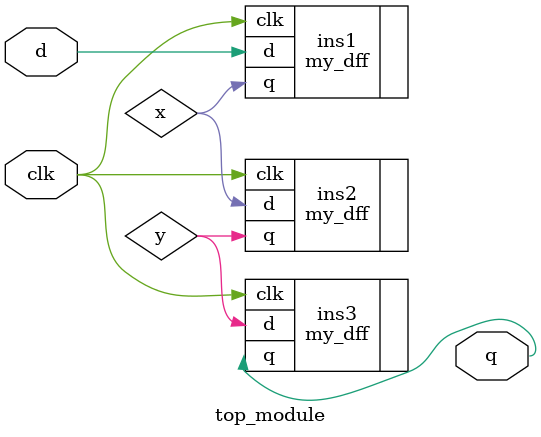
<source format=v>
module top_module ( input clk, input d, output q );
    wire x,y;
    my_dff ins1(.clk(clk),.d(d),.q(x));
    my_dff ins2(.clk(clk),.d(x),.q(y));
    my_dff ins3(.clk(clk),.d(y),.q(q));
    
    
endmodule

</source>
